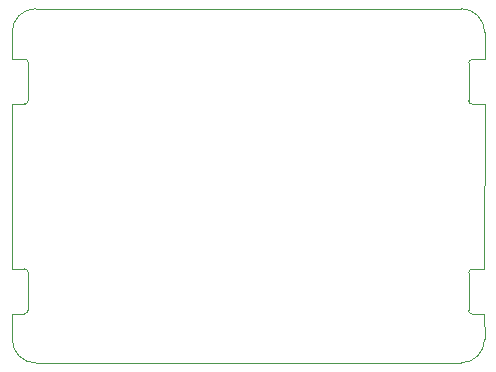
<source format=gm1>
%TF.GenerationSoftware,KiCad,Pcbnew,9.0.7*%
%TF.CreationDate,2026-02-16T08:00:12+01:00*%
%TF.ProjectId,misfits,6d697366-6974-4732-9e6b-696361645f70,1*%
%TF.SameCoordinates,Original*%
%TF.FileFunction,Profile,NP*%
%FSLAX46Y46*%
G04 Gerber Fmt 4.6, Leading zero omitted, Abs format (unit mm)*
G04 Created by KiCad (PCBNEW 9.0.7) date 2026-02-16 08:00:12*
%MOMM*%
%LPD*%
G01*
G04 APERTURE LIST*
%TA.AperFunction,Profile*%
%ADD10C,0.038100*%
%TD*%
%TA.AperFunction,Profile*%
%ADD11C,0.010000*%
%TD*%
G04 APERTURE END LIST*
D10*
X170000000Y-107500000D02*
X169990000Y-105360000D01*
X132000000Y-109500000D02*
X168000000Y-109500000D01*
X170000000Y-87600000D02*
X169990000Y-101560000D01*
X170000000Y-107500000D02*
G75*
G02*
X168000000Y-109500000I-2000000J0D01*
G01*
X129990000Y-101540000D02*
X130000000Y-87570000D01*
X132000000Y-109500000D02*
G75*
G02*
X130000000Y-107500000I0J2000000D01*
G01*
X130000000Y-107500000D02*
X129990000Y-105340000D01*
X168000000Y-79500000D02*
G75*
G02*
X170000000Y-81500000I0J-2000000D01*
G01*
X130000000Y-81500000D02*
X130000000Y-83770000D01*
X168000000Y-79500000D02*
X132000000Y-79500000D01*
X130000000Y-81500000D02*
G75*
G02*
X132000000Y-79500000I2000000J0D01*
G01*
X170000000Y-81500000D02*
X170000000Y-83800000D01*
D11*
%TO.C,S4*%
X168640000Y-105060000D02*
X168640000Y-101860000D01*
X168940000Y-101560000D02*
X169990000Y-101560000D01*
X168940000Y-105360000D02*
X169990000Y-105360000D01*
X168640000Y-101860000D02*
G75*
G02*
X168940000Y-101560000I300000J0D01*
G01*
X168940000Y-105360000D02*
G75*
G02*
X168640000Y-105060000I0J300000D01*
G01*
%TO.C,S3*%
X131040000Y-101540000D02*
X129990000Y-101540000D01*
X131040000Y-105340000D02*
X129990000Y-105340000D01*
X131340000Y-101840000D02*
X131340000Y-105040000D01*
X131040000Y-101540000D02*
G75*
G02*
X131340000Y-101840000I0J-300000D01*
G01*
X131340000Y-105040000D02*
G75*
G02*
X131040000Y-105340000I-300000J0D01*
G01*
%TO.C,S2*%
X131050000Y-83770000D02*
X130000000Y-83770000D01*
X131050000Y-87570000D02*
X130000000Y-87570000D01*
X131350000Y-84070000D02*
X131350000Y-87270000D01*
X131050000Y-83770000D02*
G75*
G02*
X131350000Y-84070000I0J-300000D01*
G01*
X131350000Y-87270000D02*
G75*
G02*
X131050000Y-87570000I-300000J0D01*
G01*
%TO.C,S1*%
X168650000Y-87300000D02*
X168650000Y-84100000D01*
X168950000Y-83800000D02*
X170000000Y-83800000D01*
X168950000Y-87600000D02*
X170000000Y-87600000D01*
X168650000Y-84100000D02*
G75*
G02*
X168950000Y-83800000I300000J0D01*
G01*
X168950000Y-87600000D02*
G75*
G02*
X168650000Y-87300000I0J300000D01*
G01*
%TD*%
M02*

</source>
